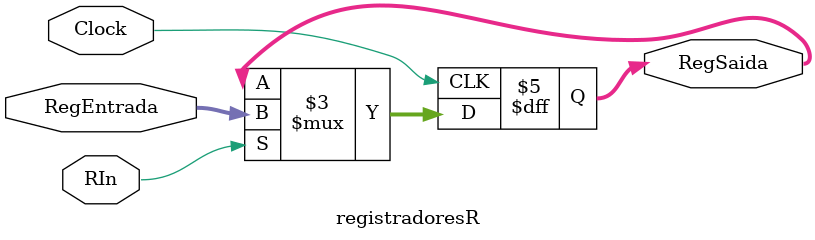
<source format=v>
/*
MODULO REGISTRADORES R
*/

//INICIO DO MODULO registradoresR
module registradoresR(RegEntrada,RIn,Clock,RegSaida);
	parameter 				n = 16;		//parametro de flexibilizacao de bits
	input 		[n-1:0]	RegEntrada;	//16 bits - Entrada do Registrador - Bus do processador
	input 					RIn;			// 1 bits - Sinal de Controle
	input						Clock;		// 1 bits - Clock
	output reg	[n-1:0]	RegSaida;	//16 bits - Saida do Registrador
	
	//Valor inicial do registrador igual a zero
	initial RegSaida <= 16'b0000000000000000;
	
	always @(posedge Clock) begin //Clock:mudanca pela borda de subida
		if(RIn)							//Se RIn ativa entao
			RegSaida <= RegEntrada;
	end
	
//FIM DO MODULO registradoresR		
endmodule
</source>
